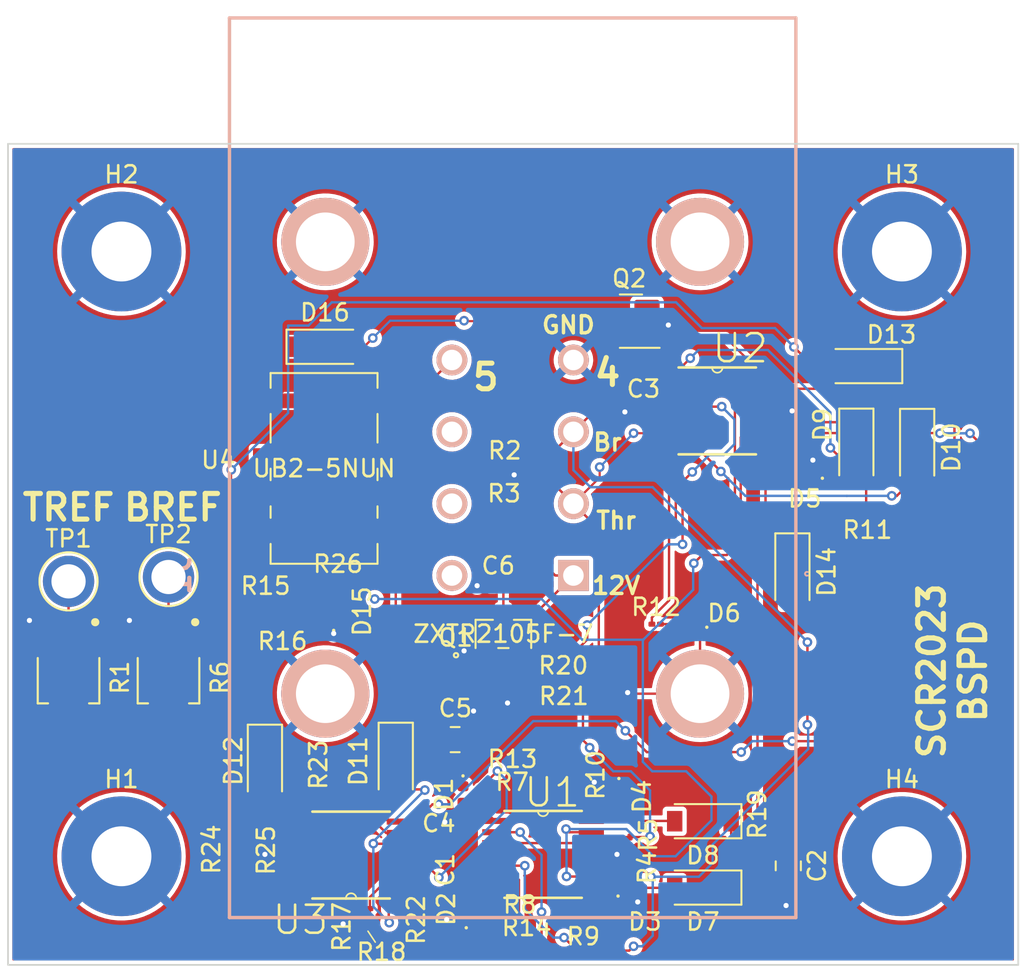
<source format=kicad_pcb>
(kicad_pcb (version 20211014) (generator pcbnew)
  (title_block (title "ethrottle PCB") (rev "v1") (comment 4 "Cameron Davis"))
  (layers (0 "F.Cu" signal) (31 "B.Cu" signal) (34 "B.Paste" user) (35 "F.Paste" user) (36 "B.SilkS" user "B.Silkscreen") (37 "F.SilkS" user "F.Silkscreen") (38 "B.Mask" user) (39 "F.Mask" user) (44 "Edge.Cuts" user))
  (net 0 "")
  (net 1 "Net-(C5-Pad1)")
  (net 2 "GND")
  (net 3 "Net-(C2-Pad1)")
  (net 4 "Net-(D1-Pad2)")
  (net 5 "Net-(D2-Pad2)")
  (net 6 "Net-(D3-Pad2)")
  (net 7 "Net-(D5-Pad2)")
  (net 8 "Net-(D6-Pad2)")
  (net 9 "Net-(D8-Pad2)")
  (net 10 "Net-(D10-Pad2)")
  (net 11 "/RELAY_SGN")
  (net 13 "Net-(D7-Pad2)")
  (net 16 "Net-(D7-Pad1)")
  (net 17 "Brake")
  (net 18 "Throttle")
  (net 19 "Net-(D9-Pad2)")
  (net 20 "Net-(D12-Pad1)")
  (net 21 "Net-(D13-Pad1)")
  (net 22 "Output")
  (net 23 "Net-(R13-Pad1)")
  (net 24 "Net-(R13-Pad2)")
  (net 25 "Net-(R17-Pad2)")
  (net 26 "Net-(D4-Pad2)")
  (net 27 "4.5V")
  (net 28 "+12V")
  (net 29 "+5V")
  (net 30 "Net-(D12-Pad2)")
  (net 31 "Net-(R14-Pad1)")
  (net 32 "Net-(D14-Pad2)")
  (net 33 "Net-(D15-Pad2)")
  (net 34 "0.5V")
  (net 35 "Net-(R22-Pad1)")
  (net 36 "TREF")
  (net 37 "BREF")
  (net 38 "Net-(R24-Pad2)")
  (net 39 "Net-(U2-Pad14)")
  (footprint "Resistor_SMD:R_01005_0402Metric" (layer "F.Cu") (at 130.939 104.648 180)
    (fp_text reference "R15")
    (fp_text value "11.3k")
  )
  (footprint "Resistor_SMD:R_01005_0402Metric" (layer "F.Cu") (at 150.16 119.088 90)
    (fp_text reference "R5")
    (fp_text value "100k")
  )
  (footprint "UB2-5NUN:UB2-5NUN" (layer "F.Cu") (at 132.28 97.282)
    (fp_text reference "U4")
    (fp_text value "UB2-5NUN")
  )
  (footprint "Resistor_SMD:R_01005_0402Metric" (layer "F.Cu") (at 151.688 106.388)
    (fp_text reference "R12")
    (fp_text value "330")
  )
  (footprint "Resistor_SMD:R_01005_0402Metric" (layer "F.Cu") (at 127.89 119.612 -90)
    (fp_text reference "R25")
    (fp_text value "68k")
  )
  (footprint "Capacitor_SMD:C_0201_0603Metric" (layer "F.Cu") (at 140.74 120.855 -90)
    (fp_text reference "C1")
    (fp_text value "100nF")
  )
  (footprint "Diode_SMD:D_SOD-123" (layer "F.Cu") (at 132.334 90.17)
    (fp_text reference "D16")
    (fp_text value "CGRM4007-G")
  )
  (footprint "Resistor_SMD:R_01005_0402Metric" (layer "F.Cu") (at 134.705 123.87 180)
    (fp_text reference "R18")
    (fp_text value "12k")
  )
  (footprint "Resistor_SMD:R_01005_0402Metric" (layer "F.Cu") (at 130.939 106.172)
    (fp_text reference "R16")
    (fp_text value "102k")
  )
  (footprint "Capacitor_SMD:C_0805_2012Metric" (layer "F.Cu") (at 159.41 120.52 -90)
    (fp_text reference "C2")
    (fp_text value "10uF")
  )
  (footprint "Diode_SMD:D_SOD-123" (layer "F.Cu") (at 128.824 114.516 -90)
    (fp_text reference "D12")
    (fp_text value "CGRM4007-G")
  )
  (footprint "Resistor_SMD:R_01005_0402Metric" (layer "F.Cu") (at 141.73 116.05 180)
    (fp_text reference "R13")
    (fp_text value "10k")
  )
  (footprint "Capacitor_SMD:C_0805_2012Metric" (layer "F.Cu") (at 139.94 113.14)
    (fp_text reference "C5")
    (fp_text value "10uF")
  )
  (footprint "LED_SMD:LED_0402_1005Metric" (layer "F.Cu") (at 132.842 105.664 90)
    (fp_text reference "D15")
    (fp_text value "E-Throttle")
  )
  (footprint "Resistor_SMD:R_01005_0402Metric" (layer "F.Cu") (at 126.73 119.592 90)
    (fp_text reference "R24")
    (fp_text value "39k")
  )
  (footprint "Resistor_SMD:R_01005_0402Metric" (layer "F.Cu") (at 148.15 123.45875)
    (fp_text reference "R9")
    (fp_text value "330")
  )
  (footprint "MountingHole:MountingHole_3.5mm_Pad" (layer "F.Cu") (at 166.05 84.6)
    (fp_text reference "H3")
    (fp_text value "MountingHole_Pad")
  )
  (footprint "Resistor_SMD:R_01005_0402Metric" (layer "F.Cu") (at 136.31 123.04 180)
    (fp_text reference "R22")
    (fp_text value "100k")
  )
  (footprint "TestPoint:TestPoint_Plated_Hole_D2.0mm" (layer "F.Cu") (at 123.19 103.632)
    (fp_text reference "TP2")
    (fp_text value "BREF-Test")
  )
  (footprint "LED_SMD:LED_0402_1005Metric" (layer "F.Cu") (at 153.558 106.568 180)
    (fp_text reference "D6")
    (fp_text value "LED")
  )
  (footprint "LED_SMD:LED_0402_1005Metric" (layer "F.Cu") (at 160.311 97.856 180)
    (fp_text reference "D5")
    (fp_text value "LED")
  )
  (footprint "Diode_SMD:D_SOD-123" (layer "F.Cu") (at 154.42 121.79 180)
    (fp_text reference "D7")
    (fp_text value "CGRM4007-G")
  )
  (footprint "Diode_SMD:D_SOD-123" (layer "F.Cu") (at 166.94 96.05 -90)
    (fp_text reference "D10")
    (fp_text value "CGRM4007-G")
  )
  (footprint "ZXTR2105F-7:ZXTR2105F-7" (layer "F.Cu") (at 142.76 106.96)
    (fp_text reference "Q1")
    (fp_text value "ZXTR2105F-7")
  )
  (footprint "MCP6004T-I_ST:SOP65P640X120-14N" (layer "F.Cu") (at 145.08 119.85)
    (fp_text reference "U1")
    (fp_text value "MCP6004")
  )
  (footprint "MountingHole:MountingHole_3.5mm_Pad" (layer "F.Cu") (at 166.05 119.96)
    (fp_text reference "H4")
    (fp_text value "MountingHole_Pad")
  )
  (footprint "TestPoint:TestPoint_Plated_Hole_D2.0mm" (layer "F.Cu") (at 117.348 103.886)
    (fp_text reference "TP1")
    (fp_text value "TREF-Test")
  )
  (footprint "Diode_SMD:D_SOD-123" (layer "F.Cu") (at 154.42 117.91 180)
    (fp_text reference "D8")
    (fp_text value "CGRM4007-G")
  )
  (footprint "MountingHole:MountingHole_3.5mm_Pad" (layer "F.Cu") (at 120.44 119.96)
    (fp_text reference "H1")
    (fp_text value "MountingHole_Pad")
  )
  (footprint "TC33X-2-103E:TRIM_TC33X-2-103E" (layer "F.Cu") (at 123.19 109.22 -90)
    (fp_text reference "R6")
    (fp_text value "TC33X-2-103E")
  )
  (footprint "Package_TO_SOT_SMD:SOT-23" (layer "F.Cu") (at 150.2156 88.6714 180)
    (fp_text reference "Q2")
    (fp_text value "DDTC143ZCA-7-F")
  )
  (footprint "MCP6004T-I_ST:SOP65P640X120-14N" (layer "F.Cu") (at 155.26 93.92)
    (fp_text reference "U2")
    (fp_text value "MCP6004")
  )
  (footprint "Resistor_SMD:R_01005_0402Metric" (layer "F.Cu") (at 144.565 97.03)
    (fp_text reference "R2")
    (fp_text value "100k")
  )
  (footprint "Diode_SMD:D_SOD-123" (layer "F.Cu") (at 136.47 114.4 -90)
    (fp_text reference "D11")
    (fp_text value "CGRM4007-G")
  )
  (footprint "Resistor_SMD:R_01005_0402Metric" (layer "F.Cu") (at 162.11 99.81 180)
    (fp_text reference "R11")
    (fp_text value "330")
  )
  (footprint "Capacitor_SMD:C_0201_0603Metric" (layer "F.Cu") (at 142.44 104.16 180)
    (fp_text reference "C6")
    (fp_text value "1uF")
  )
  (footprint "Capacitor_SMD:C_0201_0603Metric" (layer "F.Cu") (at 150.876 93.98 180)
    (fp_text reference "C3")
    (fp_text value "100nF")
  )
  (footprint "LED_SMD:LED_0402_1005Metric" (layer "F.Cu") (at 149.51 116.505 -90)
    (fp_text reference "D4")
    (fp_text value "LED")
  )
  (footprint "TC33X-2-103E:TRIM_TC33X-2-103E" (layer "F.Cu") (at 117.348 109.22 -90)
    (fp_text reference "R1")
    (fp_text value "TC33X-2-103E")
  )
  (footprint "Resistor_SMD:R_01005_0402Metric" (layer "F.Cu") (at 130.602 114.004 -90)
    (fp_text reference "R23")
    (fp_text value "1k")
  )
  (footprint "Resistor_SMD:R_01005_0402Metric" (layer "F.Cu") (at 143.92 109.4275)
    (fp_text reference "R20")
    (fp_text value "102k")
  )
  (footprint "Resistor_SMD:R_01005_0402Metric" (layer "F.Cu") (at 150.16 120.612 -90)
    (fp_text reference "R4")
    (fp_text value "100k")
  )
  (footprint "Diode_SMD:D_SOD-123" (layer "F.Cu") (at 163.386 96.036 -90)
    (fp_text reference "D9")
    (fp_text value "CGRM4007-G")
  )
  (footprint "Resistor_SMD:R_01005_0402Metric" (layer "F.Cu") (at 157.61 119.8 90)
    (fp_text reference "R19")
    (fp_text value "10k")
  )
  (footprint "Resistor_SMD:R_01005_0402Metric" (layer "F.Cu") (at 143.935 110.4475 180)
    (fp_text reference "R21")
    (fp_text value "11.3k")
  )
  (footprint "Resistor_SMD:R_01005_0402Metric" (layer "F.Cu") (at 141.735 116.84 180)
    (fp_text reference "R7")
    (fp_text value "330")
  )
  (footprint "LED_SMD:LED_0402_1005Metric" (layer "F.Cu") (at 140.4 116.35 -90)
    (fp_text reference "D1")
    (fp_text value "LED")
  )
  (footprint "Resistor_SMD:R_01005_0402Metric" (layer "F.Cu") (at 144.56 98.31)
    (fp_text reference "R3")
    (fp_text value "100k")
  )
  (footprint "Resistor_SMD:R_01005_0402Metric" (layer "F.Cu") (at 148.14 117)
    (fp_text reference "R10")
    (fp_text value "330")
  )
  (footprint "Resistor_SMD:R_01005_0402Metric" (layer "F.Cu") (at 142.01 122.56 180)
    (fp_text reference "R8")
    (fp_text value "330")
  )
  (footprint "Resistor_SMD:R_01005_0402Metric" (layer "F.Cu") (at 142.025 123.38 180)
    (fp_text reference "R14")
    (fp_text value "10k")
  )
  (footprint "Resistor_SMD:R_01005_0402Metric" (layer "F.Cu") (at 134.71 123.02)
    (fp_text reference "R17")
    (fp_text value "10k")
  )
  (footprint "MountingHole:MountingHole_3.5mm_Pad" (layer "F.Cu") (at 120.44 84.6)
    (fp_text reference "H2")
    (fp_text value "MountingHole_Pad")
  )
  (footprint "Diode_SMD:D_SOD-123" (layer "F.Cu") (at 159.65 103.33 -90)
    (fp_text reference "D14")
    (fp_text value "CGRM4007-G")
  )
  (footprint "Resistor_SMD:R_01005_0402Metric" (layer "F.Cu") (at 133.096 103.886 180)
    (fp_text reference "R26")
    (fp_text value "1k")
  )
  (footprint "Capacitor_SMD:C_0201_0603Metric" (layer "F.Cu") (at 138.984 119.088)
    (fp_text reference "C4")
    (fp_text value "100nF")
  )
  (footprint "Diode_SMD:D_SOD-123" (layer "F.Cu") (at 163.82 91.3 180)
    (fp_text reference "D13")
    (fp_text value "CGRM4007-G")
  )
  (footprint "LED_SMD:LED_0402_1005Metric" (layer "F.Cu") (at 140.59 123.05 90)
    (fp_text reference "D2")
    (fp_text value "LED")
  )
  (footprint "LED_SMD:LED_0402_1005Metric" (layer "F.Cu") (at 149.46 123.37625 -90)
    (fp_text reference "D3")
    (fp_text value "LED")
  )
  (footprint "MCP6004T-I_ST:SOP65P640X120-14N" (layer "F.Cu") (at 133.86 119.89 180)
    (fp_text reference "U3")
    (fp_text value "MCP6004")
  )
  (footprint "ATM15-08PA-BM02:ATM1508PABM02" (layer "B.Cu") (at 146.852 103.544 90)
    (fp_text reference "J1")
    (fp_text value "ATM15-08PA-BM02" hide)
  )
  (gr_rect (start 113.81 126.31) (end 172.85 78.3) (layer "Edge.Cuts") (width 0.1) (fill none))
  (gr_text "TREF" (at 117.348 99.568) (layer "F.SilkS") (effects (font (size 1.5 1.5) (thickness 0.3))))
  (gr_text "\\" (at 135.06 124.66) (layer "F.SilkS") (effects (font (size 0.5 0.5) (thickness 0.09))))
  (gr_text "SCR2023\nBSPD" (at 169 109.12 90) (layer "F.SilkS") (effects (font (size 1.5 1.5) (thickness 0.3))))
  (gr_text "Thr" (at 149.352 100.33) (layer "F.SilkS") (effects (font (size 1 1) (thickness 0.2))))
  (gr_text "12V" (at 149.352 104.14) (layer "F.SilkS") (effects (font (size 1 1) (thickness 0.2))))
  (gr_text "BREF" (at 123.444 99.568) (layer "F.SilkS") (effects (font (size 1.5 1.5) (thickness 0.3))))
  (gr_text "5" (at 141.732 91.948) (layer "F.SilkS") (effects (font (size 1.5 1.5) (thickness 0.3))))
  (gr_text "Br" (at 148.844 95.758) (layer "F.SilkS") (effects (font (size 1 1) (thickness 0.2))))
  (gr_text "GND" (at 146.558 88.9) (layer "F.SilkS") (effects (font (size 1 1) (thickness 0.2))))
  (gr_text "4" (at 148.844 91.694) (layer "F.SilkS") (effects (font (size 1.5 1.5) (thickness 0.3))))
  (segment (start 136.47 116.05) (end 138.13 116.05) (width 0.1397) (layer "F.Cu") (net 1))
  (segment (start 134.676 116.05) (end 136.47 116.05) (width 0.1397) (layer "F.Cu") (net 1))
  (segment (start 138.13 116.05) (end 138.17 116.09) (width 0.1397) (layer "F.Cu") (net 1))
  (segment (start 136.06 123.81) (end 136.09 123.84) (width 0.1397) (layer "F.Cu") (net 1))
  (segment (start 130.602 114.254) (end 130.864 114.516) (width 0.1397) (layer "F.Cu") (net 1))
  (segment (start 130.864 114.516) (end 133.142 114.516) (width 0.1397) (layer "F.Cu") (net 1))
  (segment (start 136.47 115.66) (end 138.99 113.14) (width 0.1397) (layer "F.Cu") (net 1))
  (segment (start 135.1696 119.2296) (end 136.6794 119.2296) (width 0.1397) (layer "F.Cu") (net 1))
  (segment (start 136.47 116.05) (end 136.47 115.66) (width 0.1397) (layer "F.Cu") (net 1))
  (segment (start 133.142 114.516) (end 134.676 116.05) (width 0.1397) (layer "F.Cu") (net 1))
  (segment (start 135.16 119.22) (end 135.1696 119.2296) (width 0.1397) (layer "F.Cu") (net 1))
  (segment (start 136.06 123.04) (end 136.06 123.81) (width 0.1397) (layer "F.Cu") (net 1))
  (via (at 138.17 116.09) (size 0.56) (drill 0.3) (layers "F.Cu" "B.Cu") (net 1))
  (via (at 135.16 119.22) (size 0.56) (drill 0.3) (layers "F.Cu" "B.Cu") (net 1))
  (via (at 136.09 123.84) (size 0.56) (drill 0.3) (layers "F.Cu" "B.Cu") (net 1))
  (segment (start 138.17 116.09) (end 135.16 119.1) (width 0.1397) (layer "B.Cu") (net 1))
  (segment (start 135.16 119.1) (end 135.16 119.22) (width 0.1397) (layer "B.Cu") (net 1))
  (segment (start 136.09 123.84) (end 135.16 122.91) (width 0.1397) (layer "B.Cu") (net 1))
  (segment (start 135.16 122.91) (end 135.16 119.22) (width 0.1397) (layer "B.Cu") (net 1))
  (segment (start 127.89 119.862) (end 128.812 119.862) (width 0.1397) (layer "F.Cu") (net 2))
  (segment (start 160.796 96.848) (end 160.846 96.798) (width 0.1397) (layer "F.Cu") (net 2))
  (segment (start 143.685 110.4475) (end 143.5525 110.4475) (width 0.127) (layer "F.Cu") (net 2))
  (segment (start 134.455 123.87) (end 133.44 123.87) (width 0.1397) (layer "F.Cu") (net 2))
  (segment (start 160.796 97.856) (end 160.796 96.848) (width 0.1397) (layer "F.Cu") (net 2))
  (segment (start 154.252 106.777) (end 154.252 110.454) (width 0.1397) (layer "F.Cu") (net 2))
  (segment (start 144.04 98.31) (end 143.39 97.66) (width 0.1397) (layer "F.Cu") (net 2))
  (segment (start 120.942 106.172) (end 120.904 106.172) (width 0.127) (layer "F.Cu") (net 2))
  (segment (start 141.845001 107.8998) (end 140.5122 107.8998) (width 0.127) (layer "F.Cu") (net 2))
  (segment (start 140.5122 107.8998) (end 140.462 107.95) (width 0.127) (layer "F.Cu") (net 2))
  (segment (start 132.128 83.81) (end 132.352 84.034) (width 0.1397) (layer "F.Cu") (net 2))
  (segment (start 140.4 115.865) (end 140.4 113.63) (width 0.1397) (layer "F.Cu") (net 2))
  (segment (start 144.02 97.03) (end 143.39 97.66) (width 0.1397) (layer "F.Cu") (net 2))
  (segment (start 148.46 116.02) (end 148.07 115.63) (width 0.1397) (layer "F.Cu") (net 2))
  (segment (start 149.51 116.02) (end 148.46 116.02) (width 0.1397) (layer "F.Cu") (net 2))
  (segment (start 140.89 113.14) (end 140.89 111.594) (width 0.1397) (layer "F.Cu") (net 2))
  (segment (start 139.446 123.66) (end 139.446 122.469) (width 0.1397) (layer "F.Cu") (net 2))
  (segment (start 139.571 123.535) (end 140.59 123.535) (width 0.1397) (layer "F.Cu") (net 2))
  (segment (start 132.819 106.172) (end 132.842 106.149) (width 0.127) (layer "F.Cu") (net 2))
  (segment (start 116.348 107.42) (end 116.31 107.42) (width 0.127) (layer "F.Cu") (net 2))
  (segment (start 154.043 106.568) (end 154.252 106.777) (width 0.1397) (layer "F.Cu") (net 2))
  (segment (start 150.34875 122.89125) (end 150.61 122.63) (width 0.1397) (layer "F.Cu") (net 2))
  (segment (start 128.812 119.862) (end 128.824 119.85) (width 0.1397) (layer "F.Cu") (net 2))
  (segment (start 139.446 123.66) (end 139.571 123.535) (width 0.1397) (layer "F.Cu") (net 2))
  (segment (start 132.842 106.149) (end 132.842 106.934) (width 0.127) (layer "F.Cu") (net 2))
  (segment (start 143.5525 110.4475) (end 143.002 110.998) (width 0.127) (layer "F.Cu") (net 2))
  (segment (start 141.224 104.14) (end 141.244 104.16) (width 0.127) (layer "F.Cu") (net 2))
  (segment (start 159.41 121.47) (end 159.41 122.71) (width 0.1397) (layer "F.Cu") (net 2))
  (segment (start 128.864 119.89) (end 128.824 119.85) (width 0.1397) (layer "F.Cu") (net 2))
  (segment (start 131.0406 119.89) (end 128.864 119.89) (width 0.1397) (layer "F.Cu") (net 2))
  (segment (start 144.31 98.31) (end 144.04 98.31) (width 0.1397) (layer "F.Cu") (net 2))
  (segment (start 150.084 110.454) (end 150.02 110.39) (width 0.1397) (layer "F.Cu") (net 2))
  (segment (start 140.4 113.63) (end 140.89 113.14) (width 0.1397) (layer "F.Cu") (net 2))
  (segment (start 159.41 122.71) (end 159.28 122.84) (width 0.1397) (layer "F.Cu") (net 2))
  (segment (start 139.446 122.469) (end 140.74 121.175) (width 0.1397) (layer "F.Cu") (net 2))
  (segment (start 133.44 123.87) (end 133.396 123.914) (width 0.1397) (layer "F.Cu") (net 2))
  (segment (start 116.31 107.42) (end 115.062 106.172) (width 0.127) (layer "F.Cu") (net 2))
  (segment (start 147.8994 119.85) (end 149.398 119.85) (width 0.1397) (layer "F.Cu") (net 2))
  (segment (start 139.304 117.996) (end 139.34 117.96) (width 0.1397) (layer "F.Cu") (net 2))
  (segment (start 141.244 104.16) (end 142.12 104.16) (width 0.127) (layer "F.Cu") (net 2))
  (segment (start 140.89 111.594) (end 141.016 111.468) (width 0.1397) (layer "F.Cu") (net 2))
  (segment (start 152.3317 88.9) (end 152.4 88.9) (width 0.127) (layer "F.Cu") (net 2))
  (segment (start 151.1531 87.7214) (end 152.3317 88.9) (width 0.127) (layer "F.Cu") (net 2))
  (segment (start 150.556 93.98) (end 149.86 93.98) (width 0.127) (layer "F.Cu") (net 2))
  (segment (start 158.0794 93.92) (end 159.63 93.92) (width 0.1397) (layer "F.Cu") (net 2))
  (segment (start 122.19 107.42) (end 120.942 106.172) (width 0.127) (layer "F.Cu") (net 2))
  (segment (start 144.315 97.03) (end 144.02 97.03) (width 0.1397) (layer "F.Cu") (net 2))
  (segment (start 149.46 122.89125) (end 150.34875 122.89125) (width 0.1397) (layer "F.Cu") (net 2))
  (segment (start 139.304 119.088) (end 139.304 117.996) (width 0.1397) (layer "F.Cu") (net 2))
  (segment (start 154.252 110.454) (end 150.084 110.454) (width 0.1397) (layer "F.Cu") (net 2))
  (via (at 159.63 93.92) (size 0.56) (drill 0.3) (layers "F.Cu" "B.Cu") (net 2))
  (via (at 140.462 107.95) (size 0.56) (drill 0.3) (layers "F.Cu" "B.Cu") (net 2))
  (via (at 115.062 106.172) (size 0.56) (drill 0.3) (layers "F.Cu" "B.Cu") (net 2))
  (via (at 152.4 88.9) (size 0.56) (drill 0.3) (layers "F.Cu" "B.Cu") (net 2))
  (via (at 141.016 111.468) (size 0.56) (drill 0.3) (layers "F.Cu" "B.Cu") (net 2))
  (via (at 139.446 123.66) (size 0.56) (drill 0.3) (layers "F.Cu" "B.Cu") (net 2))
  (via (at 141.224 104.14) (size 0.56) (drill 0.3) (layers "F.Cu" "B.Cu") (net 2))
  (via (at 143.002 110.998) (size 0.56) (drill 0.3) (layers "F.Cu" "B.Cu") (net 2))
  (via (at 148.07 115.63) (size 0.56) (drill 0.3) (layers "F.Cu" "B.Cu") (net 2))
  (via (at 143.39 97.66) (size 0.56) (drill 0.3) (layers "F.Cu" "B.Cu") (net 2))
  (via (at 149.86 93.98) (size 0.56) (drill 0.3) (layers "F.Cu" "B.Cu") (net 2))
  (via (at 139.34 117.96) (size 0.56) (drill 0.3) (layers "F.Cu" "B.Cu") (net 2))
  (via (at 150.02 110.39) (size 0.56) (drill 0.3) (layers "F.Cu" "B.Cu") (net 2))
  (via (at 149.398 119.85) (size 0.56) (drill 0.3) (layers "F.Cu" "B.Cu") (net 2))
  (via (at 132.842 106.934) (size 0.56) (drill 0.3) (layers "F.Cu" "B.Cu") (net 2))
  (via (at 160.846 96.798) (size 0.56) (drill 0.3) (layers "F.Cu" "B.Cu") (net 2))
  (via (at 133.396 123.914) (size 0.56) (drill 0.3) (layers "F.Cu" "B.Cu") (net 2))
  (via (at 120.904 106.172) (size 0.56) (drill 0.3) (layers "F.Cu" "B.Cu") (net 2))
  (via (at 128.824 119.85) (size 0.56) (drill 0.3) (layers "F.Cu" "B.Cu") (net 2))
  (via (at 150.61 122.63) (size 0.56) (drill 0.3) (layers "F.Cu" "B.Cu") (net 2))
  (via (at 159.28 122.84) (size 0.56) (drill 0.3) (layers "F.Cu" "B.Cu") (net 2))
  (segment (start 166.926 94.386) (end 166.94 94.4) (width 0.1397) (layer "F.Cu") (net 3))
  (segment (start 158.0794 94.5804) (end 163.1916 94.5804) (width 0.1397) (layer "F.Cu") (net 3))
  (segment (start 163.1916 94.5804) (end 163.386 94.386) (width 0.1397) (layer "F.Cu") (net 3))
  (segment (start 157.61 102.82) (end 156.63 101.84) (width 0.1397) (layer "F.Cu") (net 3))
  (segment (start 156.63 95.471) (end 157.5206 94.5804) (width 0.1397) (layer "F.Cu") (net 3))
  (segment (start 163.386 94.386) (end 166.926 94.386) (width 0.1397) (layer "F.Cu") (net 3))
  (segment (start 157.61 119.55) (end 157.61 102.82) (width 0.1397) (layer "F.Cu") (net 3))
  (segment (start 157.61 119.55) (end 159.39 119.55) (width 0.1397) (layer "F.Cu") (net 3))
  (segment (start 157.5206 94.5804) (end 158.0794 94.5804) (width 0.1397) (layer "F.Cu") (net 3))
  (segment (start 159.39 119.55) (end 159.41 119.57) (width 0.1397) (layer "F.Cu") (net 3))
  (segment (start 156.63 101.84) (end 156.63 95.471) (width 0.1397) (layer "F.Cu") (net 3))
  (segment (start 141.48 116.835) (end 141.485 116.84) (width 0.1397) (layer "F.Cu") (net 4))
  (segment (start 140.4 116.835) (end 141.48 116.835) (width 0.1397) (layer "F.Cu") (net 4))
  (segment (start 141.76 122.56) (end 140.595 122.56) (width 0.1397) (layer "F.Cu") (net 5))
  (segment (start 140.595 122.56) (end 140.59 122.565) (width 0.1397) (layer "F.Cu") (net 5))
  (segment (start 149.0575 123.45875) (end 149.46 123.86125) (width 0.1397) (layer "F.Cu") (net 6))
  (segment (start 148.4 123.45875) (end 149.0575 123.45875) (width 0.1397) (layer "F.Cu") (net 6))
  (segment (start 160.47 99.81) (end 161.86 99.81) (width 0.1397) (layer "F.Cu") (net 7))
  (segment (start 159.826 99.166) (end 160.47 99.81) (width 0.1397) (layer "F.Cu") (net 7))
  (segment (start 159.826 97.856) (end 159.826 99.166) (width 0.1397) (layer "F.Cu") (net 7))
  (segment (start 151.938 106.388) (end 152.893 106.388) (width 0.1397) (layer "F.Cu") (net 8))
  (segment (start 152.893 106.388) (end 153.073 106.568) (width 0.1397) (layer "F.Cu") (net 8))
  (segment (start 152.7542 117.8942) (end 152.77 117.91) (width 0.1397) (layer "F.Cu") (net 9))
  (segment (start 147.89 117) (end 147.89 117.8848) (width 0.1397) (layer "F.Cu") (net 9))
  (segment (start 147.8994 117.8942) (end 152.7542 117.8942) (width 0.1397) (layer "F.Cu") (net 9))
  (segment (start 147.89 117.8848) (end 147.8994 117.8942) (width 0.1397) (layer "F.Cu") (net 9))
  (segment (start 153.8858 95.8758) (end 152.4406 95.8758) (width 0.1397) (layer "F.Cu") (net 10))
  (segment (start 151.438 106.388) (end 151.438 106.002) (width 0.1397) (layer "F.Cu") (net 10))
  (segment (start 152.4406 104.9994) (end 152.4406 95.8758) (width 0.1397) (layer "F.Cu") (net 10))
  (segment (start 155.47 97.46) (end 153.8858 95.8758) (width 0.1397) (layer "F.Cu") (net 10))
  (segment (start 165.754 98.886) (end 166.94 97.7) (width 0.1397) (layer "F.Cu") (net 10))
  (segment (start 151.438 106.002) (end 152.4406 104.9994) (width 0.1397) (layer "F.Cu") (net 10))
  (segment (start 165.458 98.886) (end 165.754 98.886) (width 0.1397) (layer "F.Cu") (net 10))
  (via (at 155.47 97.46) (size 0.56) (drill 0.3) (layers "F.Cu" "B.Cu") (net 10))
  (via (at 165.458 98.886) (size 0.56) (drill 0.3) (layers "F.Cu" "B.Cu") (net 10))
  (segment (start 156.896 98.886) (end 155.47 97.46) (width 0.1397) (layer "B.Cu") (net 10))
  (segment (start 162.828 98.886) (end 156.896 98.886) (width 0.1397) (layer "B.Cu") (net 10))
  (segment (start 162.828 98.886) (end 165.458 98.886) (width 0.1397) (layer "B.Cu") (net 10))
  (segment (start 135.128 89.662) (end 134.62 90.17) (width 0.127) (layer "F.Cu") (net 11))
  (segment (start 134.62 90.17) (end 133.984 90.17) (width 0.127) (layer "F.Cu") (net 11))
  (segment (start 140.462 88.646) (end 140.4874 88.6714) (width 0.127) (layer "F.Cu") (net 11))
  (segment (start 140.4874 88.6714) (end 149.2781 88.6714) (width 0.127) (layer "F.Cu") (net 11))
  (segment (start 133.984 92.35165) (end 134.96605 93.3337) (width 0.127) (layer "F.Cu") (net 11))
  (segment (start 133.984 90.17) (end 133.984 92.35165) (width 0.127) (layer "F.Cu") (net 11))
  (via (at 140.462 88.646) (size 0.56) (drill 0.3) (layers "F.Cu" "B.Cu") (net 11))
  (via (at 135.128 89.662) (size 0.56) (drill 0.3) (layers "F.Cu" "B.Cu") (net 11))
  (segment (start 136.144 88.646) (end 140.462 88.646) (width 0.127) (layer "B.Cu") (net 11))
  (segment (start 135.128 89.662) (end 136.144 88.646) (width 0.127) (layer "B.Cu") (net 11))
  (segment (start 147.8994 121.8058) (end 152.7542 121.8058) (width 0.1397) (layer "F.Cu") (net 13))
  (segment (start 147.8994 121.8058) (end 147.8994 123.45815) (width 0.1397) (layer "F.Cu") (net 13))
  (segment (start 152.7542 121.8058) (end 152.77 121.79) (width 0.1397) (layer "F.Cu") (net 13))
  (segment (start 147.8994 123.45815) (end 147.9 123.45875) (width 0.1397) (layer "F.Cu") (net 13))
  (segment (start 156.07 117.91) (end 156.07 118.6497) (width 0.1397) (layer "F.Cu") (net 16))
  (segment (start 156.07 118.6497) (end 157.4703 120.05) (width 0.1397) (layer "F.Cu") (net 16))
  (segment (start 156.07 121.79) (end 156.07 121.59) (width 0.1397) (layer "F.Cu") (net 16))
  (segment (start 157.4703 120.05) (end 157.61 120.05) (width 0.1397) (layer "F.Cu") (net 16))
  (segment (start 156.07 121.59) (end 157.61 120.05) (width 0.1397) (layer "F.Cu") (net 16))
  (segment (start 150.114 125.476) (end 147.066 125.476) (width 0.1397) (layer "F.Cu") (net 17))
  (segment (start 142.2606 120.5104) (end 144.0096 120.5104) (width 0.1397) (layer "F.Cu") (net 17))
  (segment (start 144.0096 120.5104) (end 144.01 120.51) (width 0.1397) (layer "F.Cu") (net 17))
  (segment (start 147.8994 120.5104) (end 148.7884 120.5104) (width 0.1397) (layer "F.Cu") (net 17))
  (segment (start 160.528 112.268) (end 160.528 109.982) (width 0.1397) (layer "F.Cu") (net 17))
  (segment (start 149.54 92.63) (end 149.5454 92.6246) (width 0.1397) (layer "F.Cu") (net 17))
  (segment (start 150.368 125.222) (end 150.114 125.476) (width 0.1397) (layer "F.Cu") (net 17))
  (segment (start 147.066 125.476) (end 146.304 124.714) (width 0.1397) (layer "F.Cu") (net 17))
  (segment (start 150.156 120.866) (end 150.16 120.862) (width 0.1397) (layer "F.Cu") (net 17))
  (segment (start 144.966 97.03) (end 146.852 95.144) (width 0.1397) (layer "F.Cu") (net 17))
  (segment (start 149.5454 92.6246) (end 152.4406 92.6246) (width 0.1397) (layer "F.Cu") (net 17))
  (segment (start 144.815 97.03) (end 144.966 97.03) (width 0.1397) (layer "F.Cu") (net 17))
  (segment (start 149.366 92.63) (end 149.54 92.63) (width 0.1397) (layer "F.Cu") (net 17))
  (segment (start 146.852 95.144) (end 149.366 92.63) (width 0.1397) (layer "F.Cu") (net 17))
  (segment (start 148.7884 120.5104) (end 149.144 120.866) (width 0.1397) (layer "F.Cu") (net 17))
  (segment (start 149.144 120.866) (end 150.156 120.866) (width 0.1397) (layer "F.Cu") (net 17))
  (segment (start 151.088 120.862) (end 150.16 120.862) (width 0.1397) (layer "F.Cu") (net 17))
  (segment (start 160.528 109.982) (end 160.528 107.442) (width 0.1397) (layer "F.Cu") (net 17))
  (segment (start 151.384 121.158) (end 151.088 120.862) (width 0.1397) (layer "F.Cu") (net 17))
  (via (at 151.384 121.158) (size 0.56) (drill 0.3) (layers "F.Cu" "B.Cu") (net 17))
  (via (at 160.528 112.268) (size 0.56) (drill 0.3) (layers "F.Cu" "B.Cu") (net 17))
  (via (at 160.528 107.442) (size 0.56) (drill 0.3) (layers "F.Cu" "B.Cu") (net 17))
  (via (at 144.01 120.51) (size 0.56) (drill 0.3) (layers "F.Cu" "B.Cu") (net 17))
  (via (at 146.304 124.714) (size 0.56) (drill 0.3) (layers "F.Cu" "B.Cu") (net 17))
  (via (at 150.368 125.222) (size 0.56) (drill 0.3) (layers "F.Cu" "B.Cu") (net 17))
  (segment (start 154.182 121.158) (end 154.99 120.35) (width 0.1397) (layer "B.Cu") (net 17))
  (segment (start 151.48 98.38) (end 147.85 98.38) (width 0.1397) (layer "B.Cu") (net 17))
  (segment (start 146.304 124.714) (end 145.67811 124.714) (width 0.1397) (layer "B.Cu") (net 17))
  (segment (start 144.01 123.04589) (end 144.01 120.51) (width 0.1397) (layer "B.Cu") (net 17))
  (segment (start 151.384 121.158) (end 154.182 121.158) (width 0.1397) (layer "B.Cu") (net 17))
  (segment (start 154.99 119.27) (end 160.57 113.69) (width 0.1397) (layer "B.Cu") (net 17))
  (segment (start 145.67811 124.714) (end 144.01 123.04589) (width 0.1397) (layer "B.Cu") (net 17))
  (segment (start 147.85 98.38) (end 146.852 97.382) (width 0.1397) (layer "B.Cu") (net 17))
  (segment (start 154.99 120.35) (end 154.99 119.27) (width 0.1397) (layer "B.Cu") (net 17))
  (segment (start 160.57 112.31) (end 160.528 112.268) (width 0.1397) (layer "B.Cu") (net 17))
  (segment (start 151.49 121.264) (end 151.384 121.158) (width 0.1397) (layer "B.Cu") (net 17))
  (segment (start 160.57 113.69) (end 160.57 112.31) (width 0.1397) (layer "B.Cu") (net 17))
  (segment (start 150.368 125.222) (end 150.868 125.222) (width 0.1397) (layer "B.Cu") (net 17))
  (segment (start 146.852 97.382) (end 146.852 95.144) (width 0.1397) (layer "B.Cu") (net 17))
  (segment (start 160.57 107.47) (end 151.48 98.38) (width 0.1397) (layer "B.Cu") (net 17))
  (segment (start 150.868 125.222) (end 151.49 124.6) (width 0.1397) (layer "B.Cu") (net 17))
  (segment (start 151.49 124.6) (end 151.49 121.264) (width 0.1397) (layer "B.Cu") (net 17))
  (segment (start 148.3868 97.8092) (end 146.852 99.344) (width 0.127) (layer "F.Cu") (net 18))
  (segment (start 147.8 113.56) (end 147.8 113.61) (width 0.1397) (layer "F.Cu") (net 18))
  (segment (start 147.41 110.17) (end 147.41 113.17) (width 0.1397) (layer "F.Cu") (net 18))
  (segment (start 142.2606 119.1896) (end 147.8994 119.1896) (width 0.1397) (layer "F.Cu") (net 18))
  (segment (start 145.818 98.31) (end 146.852 99.344) (width 0.1397) (layer "F.Cu") (net 18))
  (segment (start 149.648 118.838) (end 150.16 118.838) (width 0.1397) (layer "F.Cu") (net 18))
  (segment (start 148.336 100.828) (end 148.336 109.244) (width 0.1397) (layer "F.Cu") (net 18))
  (segment (start 151.8726 95.2246) (end 150.6728 95.2246) (width 0.127) (layer "F.Cu") (net 18))
  (segment (start 151.292 118.838) (end 151.33 118.8) (width 0.1397) (layer "F.Cu") (net 18))
  (segment (start 149.398 119.088) (end 149.648 118.838) (width 0.1397) (layer "F.Cu") (net 18))
  (segment (start 148.5598 119.088) (end 149.398 119.088) (width 0.1397) (layer "F.Cu") (net 18))
  (segment (start 148.336 109.244) (end 147.41 110.17) (width 0.1397) (layer "F.Cu") (net 18))
  (segment (start 152.4406 95.2154) (end 151.8818 95.2154) (width 0.127) (layer "F.Cu") (net 18))
  (segment (start 151.8818 95.2154) (end 151.8726 95.2246) (width 0.127) (layer "F.Cu") (net 18))
  (segment (start 144.81 98.31) (end 145.818 98.31) (width 0.1397) (layer "F.Cu") (net 18))
  (segment (start 148.3868 97.2058) (end 148.3868 97.8092) (width 0.127) (layer "F.Cu") (net 18))
  (segment (start 150.16 118.838) (end 151.292 118.838) (width 0.1397) (layer "F.Cu") (net 18))
  (segment (start 148.4582 119.1896) (end 148.5598 119.088) (width 0.1397) (layer "F.Cu") (net 18))
  (segment (start 146.852 99.344) (end 148.336 100.828) (width 0.1397) (layer "F.Cu") (net 18))
  (segment (start 150.6728 95.2246) (end 150.368 95.2246) (width 0.127) (layer "F.Cu") (net 18))
  (segment (start 147.41 113.17) (end 147.8 113.56) (width 0.1397) (layer "F.Cu") (net 18))
  (segment (start 147.8994 119.1896) (end 148.4582 119.1896) (width 0.1397) (layer "F.Cu") (net 18))
  (via (at 150.368 95.2246) (size 0.56) (drill 0.3) (layers "F.Cu" "B.Cu") (net 18))
  (via (at 147.8 113.61) (size 0.56) (drill 0.3) (layers "F.Cu" "B.Cu") (net 18))
  (via (at 148.3868 97.2058) (size 0.56) (drill 0.3) (layers "F.Cu" "B.Cu") (net 18))
  (via (at 151.33 118.8) (size 0.56) (drill 0.3) (layers "F.Cu" "B.Cu") (net 18))
  (segment (start 150.21 114.99) (end 151.33 116.11) (width 0.1397) (layer "B.Cu") (net 18))
  (segment (start 149.18 114.99) (end 150.21 114.99) (width 0.1397) (layer "B.Cu") (net 18))
  (segment (start 147.8 113.61) (end 149.18 114.99) (width 0.1397) (layer "B.Cu") (net 18))
  (segment (start 151.33 116.11) (end 151.33 118.8) (width 0.1397) (layer "B.Cu") (net 18))
  (segment (start 150.368 95.2246) (end 148.3868 97.2058) (width 0.127) (layer "B.Cu") (net 18))
  (segment (start 162.36 99.81) (end 163.54 99.81) (width 0.1397) (layer "F.Cu") (net 19))
  (segment (start 163.386 97.596) (end 161.87 96.08) (width 0.1397) (layer "F.Cu") (net 19))
  (segment (start 163.386 97.686) (end 163.386 97.596) (width 0.1397) (layer "F.Cu") (net 19))
  (segment (start 163.96 98.26) (end 163.386 97.686) (width 0.1397) (layer "F.Cu") (net 19))
  (segment (start 163.54 99.81) (end 163.96 99.39) (width 0.1397) (layer "F.Cu") (net 19))
  (segment (start 152.5558 91.9642) (end 152.4406 91.9642) (width 0.1397) (layer "F.Cu") (net 19))
  (segment (start 153.68 90.84) (end 152.5558 91.9642) (width 0.1397) (layer "F.Cu") (net 19))
  (segment (start 163.96 99.39) (end 163.96 98.26) (width 0.1397) (layer "F.Cu") (net 19))
  (via (at 153.68 90.84) (size 0.56) (drill 0.3) (layers "F.Cu" "B.Cu") (net 19))
  (via (at 161.87 96.08) (size 0.56) (drill 0.3) (layers "F.Cu" "B.Cu") (net 19))
  (segment (start 154.16 90.36) (end 153.68 90.84) (width 0.1397) (layer "B.Cu") (net 19))
  (segment (start 161.87 96.08) (end 161.87 94.01) (width 0.1397) (layer "B.Cu") (net 19))
  (segment (start 161.87 94.01) (end 158.22 90.36) (width 0.1397) (layer "B.Cu") (net 19))
  (segment (start 158.22 90.36) (end 154.16 90.36) (width 0.1397) (layer "B.Cu") (net 19))
  (segment (start 130.602 113.754) (end 129.714 112.866) (width 0.1397) (layer "F.Cu") (net 20))
  (segment (start 129.714 112.866) (end 128.824 112.866) (width 0.1397) (layer "F.Cu") (net 20))
  (segment (start 167.34 91.3) (end 165.47 91.3) (width 0.1397) (layer "F.Cu") (net 21))
  (segment (start 158.0794 92.6246) (end 164.1454 92.6246) (width 0.1397) (layer "F.Cu") (net 21))
  (segment (start 166.22 101.68) (end 169.12 98.78) (width 0.1397) (layer "F.Cu") (net 21))
  (segment (start 169.12 93.08) (end 167.34 91.3) (width 0.1397) (layer "F.Cu") (net 21))
  (segment (start 159.65 101.68) (end 166.22 101.68) (width 0.1397) (layer "F.Cu") (net 21))
  (segment (start 164.1454 92.6246) (end 165.47 91.3) (width 0.1397) (layer "F.Cu") (net 21))
  (segment (start 169.12 98.78) (end 169.12 93.08) (width 0.1397) (layer "F.Cu") (net 21))
  (segment (start 135.2264 93.041701) (end 137.654299 93.041701) (width 0.1397) (layer "F.Cu") (net 22))
  (segment (start 137.654299 93.041701) (end 139.752 90.944) (width 0.1397) (layer "F.Cu") (net 22))
  (segment (start 129.3336 96.533701) (end 135.2264 96.533701) (width 0.1397) (layer "F.Cu") (net 22))
  (segment (start 135.2264 93.041701) (end 135.2264 95.241701) (width 0.1397) (layer "F.Cu") (net 22))
  (segment (start 141.985 117.6186) (end 142.2606 117.8942) (width 0.1397) (layer "F.Cu") (net 23))
  (segment (start 141.98 116.05) (end 141.98 116.835) (width 0.1397) (layer "F.Cu") (net 23))
  (segment (start 141.98 116.835) (end 141.985 116.84) (width 0.1397) (layer "F.Cu") (net 23))
  (segment (start 141.985 116.84) (end 141.985 117.6186) (width 0.1397) (layer "F.Cu") (net 23))
  (segment (start 141.48 115.91) (end 141.48 116.05) (width 0.1397) (layer "F.Cu") (net 24))
  (segment (start 138.78 124.52) (end 141.18 124.52) (width 0.1397) (layer "F.Cu") (net 24))
  (segment (start 138.32 124.06) (end 138.78 124.52) (width 0.1397) (layer "F.Cu") (net 24))
  (segment (start 138.3404 120.5504) (end 138.99 121.2) (width 0.1397) (layer "F.Cu") (net 24))
  (segment (start 136.6794 120.5504) (end 138.3404 120.5504) (width 0.1397) (layer "F.Cu") (net 24))
  (segment (start 137.2382 120.5504) (end 138.32 121.6322) (width 0.1397) (layer "F.Cu") (net 24))
  (segment (start 141.775 123.925) (end 141.775 123.38) (width 0.1397) (layer "F.Cu") (net 24))
  (segment (start 142.41 114.98) (end 141.48 115.91) (width 0.1397) (layer "F.Cu") (net 24))
  (segment (start 136.6794 120.5504) (end 137.2382 120.5504) (width 0.1397) (layer "F.Cu") (net 24))
  (segment (start 138.32 121.6322) (end 138.32 124.06) (width 0.1397) (layer "F.Cu") (net 24))
  (segment (start 141.18 124.52) (end 141.775 123.925) (width 0.1397) (layer "F.Cu") (net 24))
  (via (at 138.99 121.2) (size 0.56) (drill 0.3) (layers "F.Cu" "B.Cu") (net 24))
  (via (at 142.41 114.98) (size 0.56) (drill 0.3) (layers "F.Cu" "B.Cu") (net 24))
  (segment (start 142.95 115.52) (end 142.41 114.98) (width 0.1397) (layer "B.Cu") (net 24))
  (segment (start 138.99 121.2) (end 142.95 117.24) (width 0.1397) (layer "B.Cu") (net 24))
  (segment (start 142.95 117.24) (end 142.95 115.52) (width 0.1397) (layer "B.Cu") (net 24))
  (segment (start 134.96 123.02) (end 134.96 123.865) (width 0.1397) (layer "F.Cu") (net 25))
  (segment (start 134.96 122.346) (end 136.1206 121.1854) (width 0.1397) (layer "F.Cu") (net 25))
  (segment (start 134.96 123.865) (end 134.955 123.87) (width 0.1397) (layer "F.Cu") (net 25))
  (segment (start 136.1206 121.1854) (end 136.6794 121.1854) (width 0.1397) (layer "F.Cu") (net 25))
  (segment (start 134.96 123.02) (end 134.96 122.346) (width 0.1397) (layer "F.Cu") (net 25))
  (segment (start 149.5 117) (end 149.51 116.99) (width 0.1397) (layer "F.Cu") (net 26))
  (segment (start 148.39 117) (end 149.5 117) (width 0.1397) (layer "F.Cu") (net 26))
  (segment (start 155.8104 102.3496) (end 156.29 101.87) (width 0.1397) (layer "F.Cu") (net 27))
  (segment (start 153.89 102.83) (end 154.3704 102.3496) (width 0.1397) (layer "F.Cu") (net 27))
  (segment (start 146.42 118.37) (end 146.6046 118.5546) (width 0.1397) (layer "F.Cu") (net 27))
  (segment (start 154.3704 102.3496) (end 155.8104 102.3496) (width 0.1397) (layer "F.Cu") (net 27))
  (segment (start 147.8994 121.1454) (end 146.4554 121.1454) (width 0.1397) (layer "F.Cu") (net 27))
  (segment (start 146.6046 118.5546) (end 147.8994 118.5546) (width 0.1397) (layer "F.Cu") (net 27))
  (segment (start 156.29 101.87) (end 156.29 93.88) (width 0.1397) (layer "F.Cu") (net 27))
  (segment (start 146.4554 121.1454) (end 146.45 121.14) (width 0.1397) (layer "F.Cu") (net 27))
  (segment (start 156.29 93.88) (end 156.9104 93.2596) (width 0.1397) (layer "F.Cu") (net 27))
  (segment (start 130.689 106.172) (end 130.689 104.648) (width 0.127) (layer "F.Cu") (net 27))
  (segment (start 156.9104 93.2596) (end 158.0794 93.2596) (width 0.1397) (layer "F.Cu") (net 27))
  (via (at 146.42 118.37) (size 0.56) (drill 0.3) (layers "F.Cu" "B.Cu") (net 27))
  (via (at 135.24 104.92) (size 0.56) (drill 0.3) (layers "F.Cu" "B.Cu") (net 27))
  (via (at 153.89 102.83) (size 0.56) (drill 0.3) (layers "F.Cu" "B.Cu") (net 27))
  (via (at 146.45 121.14) (size 0.56) (drill 0.3) (layers "F.Cu" "B.Cu") (net 27))
  (segment (start 149.95 118.37) (end 151.54 119.96) (width 0.1397) (layer "B.Cu") (net 27))
  (segment (start 147.37 107.3) (end 150.93 107.3) (width 0.1397) (layer "B.Cu") (net 27))
  (segment (start 135.24 104.92) (end 144.99 104.92) (width 0.1397) (layer "B.Cu") (net 27))
  (segment (start 150.965 107.265) (end 153.85 104.38) (width 0.1397) (layer "B.Cu") (net 27))
  (segment (start 151.54 119.96) (end 152.82 119.96) (width 0.1397) (layer "B.Cu") (net 27))
  (segment (start 152.82 119.96) (end 154.92 117.86) (width 0.1397) (layer "B.Cu") (net 27))
  (segment (start 144.99 104.92) (end 147.37 107.3) (width 0.1397) (layer "B.Cu") (net 27))
  (segment (start 146.45 118.4) (end 146.42 118.37) (width 0.1397) (layer "B.Cu") (net 27))
  (segment (start 153.85 102.87) (end 153.89 102.83) (width 0.1397) (layer "B.Cu") (net 27))
  (segment (start 153.44 114.99) (end 151.46 114.99) (width 0.1397) (layer "B.Cu") (net 27))
  (segment (start 150.91 114.44) (end 150.91 107.32) (width 0.1397) (layer "B.Cu") (net 27))
  (segment (start 146.45 121.14) (end 146.45 118.4) (width 0.1397) (layer "B.Cu") (net 27))
  (segment (start 151.46 114.99) (end 150.91 114.44) (width 0.1397) (layer "B.Cu") (net 27))
  (segment (start 154.92 117.86) (end 154.92 116.47) (width 0.1397) (layer "B.Cu") (net 27))
  (segment (start 154.92 116.47) (end 153.44 114.99) (width 0.1397) (layer "B.Cu") (net 27))
  (segment (start 153.85 104.38) (end 153.85 102.87) (width 0.1397) (layer "B.Cu") (net 27))
  (segment (start 150.93 107.3) (end 150.965 107.265) (width 0.1397) (layer "B.Cu") (net 27))
  (segment (start 150.91 107.32) (end 150.965 107.265) (width 0.1397) (layer "B.Cu") (net 27))
  (segment (start 146.42 118.37) (end 149.95 118.37) (width 0.1397) (layer "B.Cu") (net 27))
  (segment (start 144.064 101.816) (end 145.792 103.544) (width 0.1397) (layer "F.Cu") (net 28))
  (segment (start 136.47 112.75) (end 136.47 103.56) (width 0.1397) (layer "F.Cu") (net 28))
  (segment (start 139.746 101.816) (end 144.064 101.816) (width 0.1397) (layer "F.Cu") (net 28))
  (segment (start 144.3758 106.0202) (end 146.852 103.544) (width 0.1397) (layer "F.Cu") (net 28))
  (segment (start 142.76 104.16) (end 142.76 106.0202) (width 0.1397) (layer "F.Cu") (net 28))
  (segment (start 145.792 103.544) (end 146.852 103.544) (width 0.1397) (layer "F.Cu") (net 28))
  (segment (start 136.47 103.56) (end 138.214 101.816) (width 0.1397) (layer "F.Cu") (net 28))
  (segment (start 138.214 101.816) (end 139.746 101.816) (width 0.1397) (layer "F.Cu") (net 28))
  (segment (start 133.672 103.56) (end 136.47 103.56) (width 0.127) (layer "F.Cu") (net 28))
  (segment (start 142.76 106.0202) (end 144.3758 106.0202) (width 0.1397) (layer "F.Cu") (net 28))
  (segment (start 133.346 103.886) (end 133.672 103.56) (width 0.127) (layer "F.Cu") (net 28))
  (segment (start 129.3336 100.9337) (end 135.2264 100.9337) (width 0.1397) (layer "F.Cu") (net 28))
  (segment (start 129.3336 93.041701) (end 129.3336 95.241701) (width 0.1397) (layer "F.Cu") (net 29))
  (segment (start 130.684 90.17) (end 130.684 91.9833) (width 0.127) (layer "F.Cu") (net 29))
  (segment (start 130.684 91.9833) (end 129.3336 93.3337) (width 0.127) (layer "F.Cu") (net 29))
  (segment (start 143.67 109.4275) (end 143.674999 109.422501) (width 0.1397) (layer "F.Cu") (net 29))
  (segment (start 143.674999 109.422501) (end 143.674999 107.8998) (width 0.1397) (layer "F.Cu") (net 29))
  (segment (start 160.856 91.3) (end 162.17 91.3) (width 0.1397) (layer "F.Cu") (net 30))
  (segment (start 159.736 90.18) (end 160.856 91.3) (width 0.1397) (layer "F.Cu") (net 30))
  (segment (start 128.824 116.166) (end 134.284 116.166) (width 0.1397) (layer "F.Cu") (net 30))
  (segment (start 126.84 114.182) (end 126.84 113.79) (width 0.1397) (layer "F.Cu") (net 30))
  (segment (start 134.284 116.166) (end 136.0522 117.9342) (width 0.1397) (layer "F.Cu") (net 30))
  (segment (start 126.84 113.79) (end 126.84 97.38) (width 0.1397) (layer "F.Cu") (net 30))
  (segment (start 128.824 116.166) (end 126.84 114.182) (width 0.1397) (layer "F.Cu") (net 30))
  (segment (start 136.0522 117.9342) (end 136.6794 117.9342) (width 0.1397) (layer "F.Cu") (net 30))
  (segment (start 126.84 97.38) (end 126.86 97.36) (width 0.1397) (layer "F.Cu") (net 30))
  (via (at 126.86 97.36) (size 0.56) (drill 0.3) (layers "F.Cu" "B.Cu") (net 30))
  (via (at 159.736 90.18) (size 0.56) (drill 0.3) (layers "F.Cu" "B.Cu") (net 30))
  (segment (start 132.732453 87.57) (end 131.372453 88.93) (width 0.1397) (layer "B.Cu") (net 30))
  (segment (start 154.36 89.08) (end 152.85 87.57) (width 0.1397) (layer "B.Cu") (net 30))
  (segment (start 158.636 89.08) (end 154.36 89.08) (width 0.1397) (layer "B.Cu") (net 30))
  (segment (start 131.372453 88.93) (end 130.18 88.93) (width 0.1397) (layer "B.Cu") (net 30))
  (segment (start 130.18 94.04) (end 126.86 97.36) (width 0.1397) (layer "B.Cu") (net 30))
  (segment (start 159.736 90.18) (end 158.636 89.08) (width 0.1397) (layer "B.Cu") (net 30))
  (segment (start 130.18 88.93) (end 130.18 94.04) (width 0.1397) (layer "B.Cu") (net 30))
  (segment (start 152.85 87.57) (end 132.732453 87.57) (width 0.1397) (layer "B.Cu") (net 30))
  (segment (start 142.2606 121.8058) (end 142.2606 122.5594) (width 0.1397) (layer "F.Cu") (net 31))
  (segment (start 142.275 123.38) (end 142.275 122.575) (width 0.1397) (layer "F.Cu") (net 31))
  (segment (start 142.2606 122.5594) (end 142.26 122.56) (width 0.1397) (layer "F.Cu") (net 31))
  (segment (start 142.275 122.575) (end 142.26 122.56) (width 0.1397) (layer "F.Cu") (net 31))
  (segment (start 158.0794 102.0894) (end 158.0794 95.8758) (width 0.1397) (layer "F.Cu") (net 32))
  (segment (start 159.65 103.66) (end 158.0794 102.0894) (width 0.1397) (layer "F.Cu") (net 32))
  (segment (start 159.65 103.66) (end 159.65 104.98) (width 0.1397) (layer "F.Cu") (net 32))
  (segment (start 132.846 103.886) (end 132.846 105.175) (width 0.127) (layer "F.Cu") (net 33))
  (segment (start 132.846 105.175) (end 132.842 105.179) (width 0.127) (layer "F.Cu") (net 33))
  (segment (start 147.66 107.29) (end 145.5 109.45) (width 0.1397) (layer "F.Cu") (net 34))
  (segment (start 144.17 110.4325) (end 144.185 110.4475) (width 0.1397) (layer "F.Cu") (net 34))
  (segment (start 153.7996 94.5804) (end 154.09 94.29) (width 0.1397) (layer "F.Cu") (net 34))
  (segment (start 145.5 109.45) (end 144.1925 109.45) (width 0.1397) (layer "F.Cu") (net 34))
  (segment (start 144.17 109.4275) (end 144.17 110.4325) (width 0.1397) (layer "F.Cu") (net 34))
  (segment (start 147.66 107.29) (end 147.66 106.44) (width 0.1397) (layer "F.Cu") (net 34))
  (segment (start 154.09 93.57) (end 153.7796 93.2596) (width 0.1397) (layer "F.Cu") (net 34))
  (segment (start 155.52 93.67) (end 154.19 93.67) (width 0.1397) (layer "F.Cu") (net 34))
  (segment (start 154.19 93.67) (end 154.09 93.57) (width 0.1397) (layer "F.Cu") (net 34))
  (segment (start 153.7796 93.2596) (end 152.4406 93.2596) (width 0.1397) (layer "F.Cu") (net 34))
  (segment (start 153.23 101.72) (end 153.23 98.06) (width 0.1397) (layer "F.Cu") (net 34))
  (segment (start 154.09 94.29) (end 154.09 93.57) (width 0.1397) (layer "F.Cu") (net 34))
  (segment (start 153.23 98.06) (end 153.8 97.49) (width 0.1397) (layer "F.Cu") (net 34))
  (segment (start 152.4406 94.5804) (end 153.7996 94.5804) (width 0.1397) (layer "F.Cu") (net 34))
  (segment (start 144.1925 109.45) (end 144.17 109.4275) (width 0.1397) (layer "F.Cu") (net 34))
  (via (at 153.23 101.72) (size 0.56) (drill 0.3) (layers "F.Cu" "B.Cu") (net 34))
  (via (at 147.66 106.44) (size 0.56) (drill 0.3) (layers "F.Cu" "B.Cu") (net 34))
  (via (at 155.52 93.67) (size 0.56) (drill 0.3) (layers "F.Cu" "B.Cu") (net 34))
  (via (at 153.8 97.49) (size 0.56) (drill 0.3) (layers "F.Cu" "B.Cu") (net 34))
  (segment (start 147.66 106.44) (end 152.38 101.72) (width 0.1397) (layer "B.Cu") (net 34))
  (segment (start 152.38 101.72) (end 153.23 101.72) (width 0.1397) (layer "B.Cu") (net 34))
  (segment (start 154.79 96.5) (end 155.39 96.5) (width 0.1397) (layer "B.Cu") (net 34))
  (segment (start 153.8 97.49) (end 154.79 96.5) (width 0.1397) (layer "B.Cu") (net 34))
  (segment (start 156.26 94.41) (end 155.52 93.67) (width 0.1397) (layer "B.Cu") (net 34))
  (segment (start 156.26 95.87) (end 156.26 94.41) (width 0.1397) (layer "B.Cu") (net 34))
  (segment (start 155.39 96.5) (end 155.63 96.5) (width 0.1397) (layer "B.Cu") (net 34))
  (segment (start 155.63 96.5) (end 156.26 95.87) (width 0.1397) (layer "B.Cu") (net 34))
  (segment (start 136.56 121.9652) (end 136.6794 121.8458) (width 0.1397) (layer "F.Cu") (net 35))
  (segment (start 136.56 123.04) (end 136.56 121.9652) (width 0.1397) (layer "F.Cu") (net 35))
  (segment (start 117.528 110.49) (end 117.348 110.67) (width 0.1397) (layer "F.Cu") (net 36))
  (segment (start 117.348 110.67) (end 117.348 103.886) (width 0.1397) (layer "F.Cu") (net 36))
  (segment (start 144.11 125.76) (end 128.16 125.76) (width 0.1397) (layer "F.Cu") (net 36))
  (segment (start 144.99 124.88) (end 144.11 125.76) (width 0.1397) (layer "F.Cu") (net 36))
  (segment (start 142.2606 118.5546) (end 143.7354 118.5546) (width 0.1397) (layer "F.Cu") (net 36))
  (segment (start 143.7354 118.5546) (end 143.74 118.55) (width 0.1397) (layer "F.Cu") (net 36))
  (segment (start 125.35 117.476) (end 118.364 110.49) (width 0.1397) (layer "F.Cu") (net 36))
  (segment (start 128.16 125.76) (end 125.35 122.95) (width 0.1397) (layer "F.Cu") (net 36))
  (segment (start 144.99 123.22) (end 144.99 124.88) (width 0.1397) (layer "F.Cu") (net 36))
  (segment (start 118.364 110.49) (end 117.528 110.49) (width 0.1397) (layer "F.Cu") (net 36))
  (segment (start 125.35 122.95) (end 125.35 117.476) (width 0.1397) (layer "F.Cu") (net 36))
  (via (at 144.99 123.22) (size 0.56) (drill 0.3) (layers "F.Cu" "B.Cu") (net 36))
  (via (at 143.74 118.55) (size 0.56) (drill 0.3) (layers "F.Cu" "B.Cu") (net 36))
  (segment (start 144.99 123.22) (end 144.99 119.88) (width 0.1397) (layer "B.Cu") (net 36))
  (segment (start 144.99 119.88) (end 143.74 118.63) (width 0.1397) (layer "B.Cu") (net 36))
  (segment (start 143.74 118.63) (end 143.74 118.55) (width 0.1397) (layer "B.Cu") (net 36))
  (segment (start 123.19 110.67) (end 123.19 103.632) (width 0.1397) (layer "F.Cu") (net 37))
  (segment (start 142.2606 121.1454) (end 143.4754 121.1454) (width 0.1397) (layer "F.Cu") (net 37))
  (segment (start 143.67 121.34) (end 143.67 123.89) (width 0.1397) (layer "F.Cu") (net 37))
  (segment (start 142.56 125) (end 128.65 125) (width 0.1397) (layer "F.Cu") (net 37))
  (segment (start 143.67 123.89) (end 142.56 125) (width 0.1397) (layer "F.Cu") (net 37))
  (segment (start 143.4754 121.1454) (end 143.67 121.34) (width 0.1397) (layer "F.Cu") (net 37))
  (segment (start 125.91 110.67) (end 123.19 110.67) (width 0.1397) (layer "F.Cu") (net 37))
  (segment (start 128.65 125) (end 125.984 122.334) (width 0.1397) (layer "F.Cu") (net 37))
  (segment (start 125.984 122.334) (end 125.984 110.744) (width 0.1397) (layer "F.Cu") (net 37))
  (segment (start 125.984 110.744) (end 125.91 110.67) (width 0.1397) (layer "F.Cu") (net 37))
  (segment (start 159.64 113.23) (end 161.33 113.23) (width 0.1397) (layer "F.Cu") (net 38))
  (segment (start 161.52 108.55) (end 171.27 98.8) (width 0.1397) (layer "F.Cu") (net 38))
  (segment (start 127.89 119.362) (end 128.088 119.362) (width 0.1397) (layer "F.Cu") (net 38))
  (segment (start 138.21 118.07) (end 138.21 117.33) (width 0.1397) (layer "F.Cu") (net 38))
  (segment (start 149.89 112.62) (end 151.14 113.87) (width 0.1397) (layer "F.Cu") (net 38))
  (segment (start 161.33 113.23) (end 161.52 113.04) (width 0.1397) (layer "F.Cu") (net 38))
  (segment (start 151.14 113.87) (end 156.66 113.87) (width 0.1397) (layer "F.Cu") (net 38))
  (segment (start 161.52 113.04) (end 161.52 108.55) (width 0.1397) (layer "F.Cu") (net 38))
  (segment (start 168.2554 95.2154) (end 158.0794 95.2154) (width 0.1397) (layer "F.Cu") (net 38))
  (segment (start 127.87 119.342) (end 127.89 119.362) (width 0.1397) (layer "F.Cu") (net 38))
  (segment (start 135.9046 118.5946) (end 136.6794 118.5946) (width 0.1397) (layer "F.Cu") (net 38))
  (segment (start 171.27 96.47) (end 170.03 95.23) (width 0.1397) (layer "F.Cu") (net 38))
  (segment (start 137.6854 118.5946) (end 138.21 118.07) (width 0.1397) (layer "F.Cu") (net 38))
  (segment (start 138.21 117.33) (end 138.62 116.92) (width 0.1397) (layer "F.Cu") (net 38))
  (segment (start 134.07 116.76) (end 135.9046 118.5946) (width 0.1397) (layer "F.Cu") (net 38))
  (segment (start 136.6794 118.5946) (end 137.6854 118.5946) (width 0.1397) (layer "F.Cu") (net 38))
  (segment (start 138.62 116.92) (end 138.97 116.92) (width 0.1397) (layer "F.Cu") (net 38))
  (segment (start 128.088 119.362) (end 130.69 116.76) (width 0.1397) (layer "F.Cu") (net 38))
  (segment (start 126.73 119.342) (end 127.87 119.342) (width 0.1397) (layer "F.Cu") (net 38))
  (segment (start 171.27 98.8) (end 171.27 96.47) (width 0.1397) (layer "F.Cu") (net 38))
  (segment (start 168.27 95.23) (end 168.2554 95.2154) (width 0.1397) (layer "F.Cu") (net 38))
  (segment (start 130.69 116.76) (end 134.07 116.76) (width 0.1397) (layer "F.Cu") (net 38))
  (via (at 159.64 113.23) (size 0.56) (drill 0.3) (layers "F.Cu" "B.Cu") (net 38))
  (via (at 170.03 95.23) (size 0.56) (drill 0.3) (layers "F.Cu" "B.Cu") (net 38))
  (via (at 156.66 113.87) (size 0.56) (drill 0.3) (layers "F.Cu" "B.Cu") (net 38))
  (via (at 168.27 95.23) (size 0.56) (drill 0.3) (layers "F.Cu" "B.Cu") (net 38))
  (via (at 138.97 116.92) (size 0.56) (drill 0.3) (layers "F.Cu" "B.Cu") (net 38))
  (via (at 149.89 112.62) (size 0.56) (drill 0.3) (layers "F.Cu" "B.Cu") (net 38))
  (segment (start 157.3 113.23) (end 159.64 113.23) (width 0.1397) (layer "B.Cu") (net 38))
  (segment (start 156.66 113.87) (end 157.3 113.23) (width 0.1397) (layer "B.Cu") (net 38))
  (segment (start 139.64 116.92) (end 144.5 112.06) (width 0.1397) (layer "B.Cu") (net 38))
  (segment (start 144.5 112.06) (end 149.33 112.06) (width 0.1397) (layer "B.Cu") (net 38))
  (segment (start 149.33 112.06) (end 149.89 112.62) (width 0.1397) (layer "B.Cu") (net 38))
  (segment (start 138.97 116.92) (end 139.64 116.92) (width 0.1397) (layer "B.Cu") (net 38))
  (segment (start 170.03 95.23) (end 168.27 95.23) (width 0.1397) (layer "B.Cu") (net 38))
  (segment (start 151.1531 89.6214) (end 155.7366 89.6214) (width 0.127) (layer "F.Cu") (net 39))
  (segment (start 155.7366 89.6214) (end 158.0794 91.9642) (width 0.127) (layer "F.Cu") (net 39))
  (zone (net 29) (net_name "+5V") (layer "F.Cu") (connect_pads (clearance 0.254)) (min_thickness 0.1) (fill yes (thermal_gap 0.1) (thermal_bridge_width 0.25))
    (polygon (pts (xy 172.799309 126.352069) (xy 113.860432 126.360164) (xy 113.859633 78.349656) (xy 172.80851 78.351561)))
  )
  (zone (net 2) (net_name "GND") (layer "B.Cu") (connect_pads (clearance 0.254)) (min_thickness 0.254) (fill yes (thermal_gap 0.508) (thermal_bridge_width 0.508))
    (polygon (pts (xy 172.806996 78.34871) (xy 172.806266 126.383701) (xy 113.84662 126.330475) (xy 113.85735 78.335484)))
  )
)
</source>
